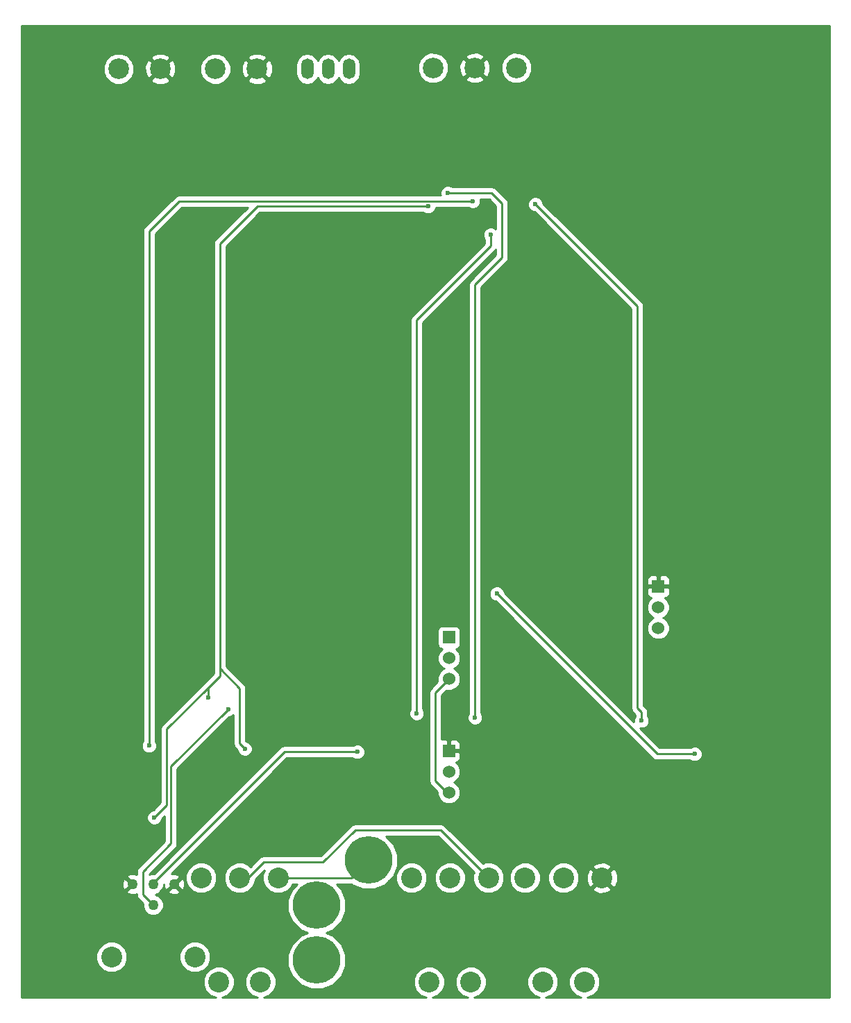
<source format=gbr>
G04 #@! TF.FileFunction,Copper,L2,Bot,Signal*
%FSLAX46Y46*%
G04 Gerber Fmt 4.6, Leading zero omitted, Abs format (unit mm)*
G04 Created by KiCad (PCBNEW 4.0.2-stable) date 1/6/2017 6:18:40 PM*
%MOMM*%
G01*
G04 APERTURE LIST*
%ADD10C,0.100000*%
%ADD11C,0.600000*%
%ADD12C,2.540000*%
%ADD13C,1.270000*%
%ADD14O,1.501140X2.499360*%
%ADD15C,5.800000*%
%ADD16C,2.510000*%
%ADD17C,1.524000*%
%ADD18R,1.524000X1.524000*%
%ADD19C,0.250000*%
%ADD20C,0.254000*%
G04 APERTURE END LIST*
D10*
D11*
X114998500Y-134175500D03*
X107505500Y-130810000D03*
X98044000Y-137287000D03*
X99631500Y-136398000D03*
X56451500Y-149860000D03*
X61722000Y-149733000D03*
X80137000Y-134620000D03*
X86233000Y-133032500D03*
X85979000Y-134175500D03*
X89852500Y-133477000D03*
X89471500Y-136652000D03*
X73279000Y-139255500D03*
X70802500Y-142049500D03*
X63119000Y-139382500D03*
X64325500Y-141033500D03*
X139763500Y-120777000D03*
X119507000Y-137223500D03*
D12*
X61722000Y-164338000D03*
X71882000Y-164338000D03*
D13*
X66802000Y-157988000D03*
X66802000Y-155448000D03*
X69342000Y-155448000D03*
X64262000Y-155448000D03*
D14*
X88138000Y-56007000D03*
X85598000Y-56007000D03*
X90678000Y-56007000D03*
D15*
X93081000Y-152519000D03*
X86736000Y-158019000D03*
X86736000Y-164719000D03*
D12*
X77343000Y-154686000D03*
X72644000Y-154686000D03*
X82042000Y-154686000D03*
X74803000Y-167386000D03*
X79883000Y-167386000D03*
X102997000Y-154686000D03*
X98298000Y-154686000D03*
X107696000Y-154686000D03*
X100457000Y-167386000D03*
X105537000Y-167386000D03*
X116840000Y-154686000D03*
X112141000Y-154686000D03*
X121539000Y-154686000D03*
X114300000Y-167386000D03*
X119380000Y-167386000D03*
D16*
X100934000Y-55872000D03*
X106014000Y-55872000D03*
X111094000Y-55872000D03*
D17*
X102870000Y-130429000D03*
X102870000Y-127889000D03*
D18*
X102870000Y-125349000D03*
D17*
X102870000Y-144272000D03*
X102870000Y-141732000D03*
D18*
X102870000Y-139192000D03*
D17*
X128397000Y-124206000D03*
X128397000Y-121666000D03*
D18*
X128397000Y-119126000D03*
D16*
X62580000Y-55999000D03*
X67660000Y-55999000D03*
X74391000Y-55999000D03*
X79471000Y-55999000D03*
D11*
X66103500Y-142303500D03*
X73533000Y-132715000D03*
X77978000Y-138938000D03*
X102743000Y-71120000D03*
X106045000Y-135128000D03*
X66929000Y-147320000D03*
X100330000Y-72771000D03*
X113411000Y-72517000D03*
X126365000Y-135509000D03*
X107950000Y-76200000D03*
X98933000Y-134620000D03*
X66294000Y-138557000D03*
X105791000Y-72136000D03*
X75946000Y-134112000D03*
X91694000Y-139319000D03*
X132842000Y-139573000D03*
X108712000Y-120015000D03*
D19*
X73469500Y-132651500D02*
X73469500Y-131508500D01*
X73533000Y-132715000D02*
X73469500Y-132651500D01*
X77343000Y-131572000D02*
X74930000Y-129159000D01*
X77343000Y-138303000D02*
X77343000Y-131572000D01*
X77978000Y-138938000D02*
X77343000Y-138303000D01*
X108077000Y-71120000D02*
X102743000Y-71120000D01*
X109347000Y-72390000D02*
X108077000Y-71120000D01*
X109347000Y-78994000D02*
X109347000Y-72390000D01*
X106045000Y-82296000D02*
X109347000Y-78994000D01*
X106045000Y-91567000D02*
X106045000Y-82296000D01*
X106045000Y-112014000D02*
X106045000Y-91567000D01*
X106045000Y-135128000D02*
X106045000Y-112014000D01*
X66929000Y-147320000D02*
X68453000Y-145796000D01*
X68453000Y-145796000D02*
X68453000Y-136525000D01*
X68453000Y-136525000D02*
X73469500Y-131508500D01*
X73469500Y-131508500D02*
X74930000Y-130048000D01*
X79502000Y-72771000D02*
X100330000Y-72771000D01*
X74930000Y-77343000D02*
X79502000Y-72771000D01*
X74930000Y-83312000D02*
X74930000Y-77343000D01*
X74930000Y-95885000D02*
X74930000Y-83312000D01*
X74930000Y-105283000D02*
X74930000Y-95885000D01*
X74930000Y-118872000D02*
X74930000Y-105283000D01*
X74930000Y-128651000D02*
X74930000Y-118872000D01*
X74930000Y-129159000D02*
X74930000Y-128651000D01*
X74930000Y-130048000D02*
X74930000Y-129159000D01*
X126365000Y-135509000D02*
X126365000Y-134493000D01*
X126365000Y-134493000D02*
X125857000Y-133985000D01*
X125857000Y-84963000D02*
X113411000Y-72517000D01*
X125857000Y-133985000D02*
X125857000Y-84963000D01*
X107950000Y-77597000D02*
X107950000Y-76200000D01*
X98933000Y-86614000D02*
X107950000Y-77597000D01*
X98933000Y-122301000D02*
X98933000Y-86614000D01*
X98933000Y-134620000D02*
X98933000Y-122301000D01*
X66294000Y-138557000D02*
X66294000Y-121031000D01*
X66294000Y-121031000D02*
X66294000Y-107442000D01*
X66294000Y-107442000D02*
X66294000Y-88138000D01*
X66294000Y-88138000D02*
X66294000Y-75819000D01*
X66294000Y-75819000D02*
X69977000Y-72136000D01*
X69977000Y-72136000D02*
X105791000Y-72136000D01*
X65532000Y-156718000D02*
X66802000Y-157988000D01*
X65532000Y-153924000D02*
X65532000Y-156718000D01*
X68961000Y-150495000D02*
X65532000Y-153924000D01*
X68961000Y-141097000D02*
X68961000Y-150495000D01*
X75946000Y-134112000D02*
X68961000Y-141097000D01*
X66802000Y-157988000D02*
X66802000Y-157861000D01*
X66802000Y-155448000D02*
X66802000Y-155321000D01*
X66802000Y-155321000D02*
X82804000Y-139319000D01*
X82804000Y-139319000D02*
X91694000Y-139319000D01*
X128270000Y-139573000D02*
X132842000Y-139573000D01*
X108712000Y-120015000D02*
X128270000Y-139573000D01*
X82042000Y-154686000D02*
X90914000Y-154686000D01*
X90914000Y-154686000D02*
X93081000Y-152519000D01*
X102870000Y-144272000D02*
X102616000Y-144272000D01*
X102616000Y-144272000D02*
X101219000Y-142875000D01*
X101219000Y-142875000D02*
X101219000Y-132080000D01*
X101219000Y-132080000D02*
X102870000Y-130429000D01*
X77343000Y-154686000D02*
X78359000Y-154686000D01*
X78359000Y-154686000D02*
X80264000Y-152781000D01*
X80264000Y-152781000D02*
X87503000Y-152781000D01*
X87503000Y-152781000D02*
X91440000Y-148844000D01*
X91440000Y-148844000D02*
X101854000Y-148844000D01*
X101854000Y-148844000D02*
X107696000Y-154686000D01*
D20*
G36*
X149290000Y-169290000D02*
X119760484Y-169290000D01*
X120457686Y-169001922D01*
X120994039Y-168466505D01*
X121284668Y-167766590D01*
X121285330Y-167008735D01*
X120995922Y-166308314D01*
X120460505Y-165771961D01*
X119760590Y-165481332D01*
X119002735Y-165480670D01*
X118302314Y-165770078D01*
X117765961Y-166305495D01*
X117475332Y-167005410D01*
X117474670Y-167763265D01*
X117764078Y-168463686D01*
X118299495Y-169000039D01*
X118997801Y-169290000D01*
X114680484Y-169290000D01*
X115377686Y-169001922D01*
X115914039Y-168466505D01*
X116204668Y-167766590D01*
X116205330Y-167008735D01*
X115915922Y-166308314D01*
X115380505Y-165771961D01*
X114680590Y-165481332D01*
X113922735Y-165480670D01*
X113222314Y-165770078D01*
X112685961Y-166305495D01*
X112395332Y-167005410D01*
X112394670Y-167763265D01*
X112684078Y-168463686D01*
X113219495Y-169000039D01*
X113917801Y-169290000D01*
X105917484Y-169290000D01*
X106614686Y-169001922D01*
X107151039Y-168466505D01*
X107441668Y-167766590D01*
X107442330Y-167008735D01*
X107152922Y-166308314D01*
X106617505Y-165771961D01*
X105917590Y-165481332D01*
X105159735Y-165480670D01*
X104459314Y-165770078D01*
X103922961Y-166305495D01*
X103632332Y-167005410D01*
X103631670Y-167763265D01*
X103921078Y-168463686D01*
X104456495Y-169000039D01*
X105154801Y-169290000D01*
X100837484Y-169290000D01*
X101534686Y-169001922D01*
X102071039Y-168466505D01*
X102361668Y-167766590D01*
X102362330Y-167008735D01*
X102072922Y-166308314D01*
X101537505Y-165771961D01*
X100837590Y-165481332D01*
X100079735Y-165480670D01*
X99379314Y-165770078D01*
X98842961Y-166305495D01*
X98552332Y-167005410D01*
X98551670Y-167763265D01*
X98841078Y-168463686D01*
X99376495Y-169000039D01*
X100074801Y-169290000D01*
X80263484Y-169290000D01*
X80960686Y-169001922D01*
X81497039Y-168466505D01*
X81787668Y-167766590D01*
X81788330Y-167008735D01*
X81498922Y-166308314D01*
X80963505Y-165771961D01*
X80263590Y-165481332D01*
X79505735Y-165480670D01*
X78805314Y-165770078D01*
X78268961Y-166305495D01*
X77978332Y-167005410D01*
X77977670Y-167763265D01*
X78267078Y-168463686D01*
X78802495Y-169000039D01*
X79500801Y-169290000D01*
X75183484Y-169290000D01*
X75880686Y-169001922D01*
X76417039Y-168466505D01*
X76707668Y-167766590D01*
X76708330Y-167008735D01*
X76418922Y-166308314D01*
X75883505Y-165771961D01*
X75183590Y-165481332D01*
X74425735Y-165480670D01*
X73725314Y-165770078D01*
X73188961Y-166305495D01*
X72898332Y-167005410D01*
X72897670Y-167763265D01*
X73187078Y-168463686D01*
X73722495Y-169000039D01*
X74420801Y-169290000D01*
X50710000Y-169290000D01*
X50710000Y-164715265D01*
X59816670Y-164715265D01*
X60106078Y-165415686D01*
X60641495Y-165952039D01*
X61341410Y-166242668D01*
X62099265Y-166243330D01*
X62799686Y-165953922D01*
X63336039Y-165418505D01*
X63626668Y-164718590D01*
X63626670Y-164715265D01*
X69976670Y-164715265D01*
X70266078Y-165415686D01*
X70801495Y-165952039D01*
X71501410Y-166242668D01*
X72259265Y-166243330D01*
X72959686Y-165953922D01*
X73496039Y-165418505D01*
X73786668Y-164718590D01*
X73787330Y-163960735D01*
X73497922Y-163260314D01*
X72962505Y-162723961D01*
X72262590Y-162433332D01*
X71504735Y-162432670D01*
X70804314Y-162722078D01*
X70267961Y-163257495D01*
X69977332Y-163957410D01*
X69976670Y-164715265D01*
X63626670Y-164715265D01*
X63627330Y-163960735D01*
X63337922Y-163260314D01*
X62802505Y-162723961D01*
X62102590Y-162433332D01*
X61344735Y-162432670D01*
X60644314Y-162722078D01*
X60107961Y-163257495D01*
X59817332Y-163957410D01*
X59816670Y-164715265D01*
X50710000Y-164715265D01*
X50710000Y-155270664D01*
X62979319Y-155270664D01*
X63009094Y-155775023D01*
X63144821Y-156102697D01*
X63373867Y-156156528D01*
X64082395Y-155448000D01*
X63373867Y-154739472D01*
X63144821Y-154793303D01*
X62979319Y-155270664D01*
X50710000Y-155270664D01*
X50710000Y-154559867D01*
X63553472Y-154559867D01*
X64262000Y-155268395D01*
X64276143Y-155254253D01*
X64455748Y-155433858D01*
X64441605Y-155448000D01*
X64455748Y-155462143D01*
X64276143Y-155641748D01*
X64262000Y-155627605D01*
X63553472Y-156336133D01*
X63607303Y-156565179D01*
X64084664Y-156730681D01*
X64589023Y-156700906D01*
X64772000Y-156625114D01*
X64772000Y-156718000D01*
X64829852Y-157008839D01*
X64994599Y-157255401D01*
X65532170Y-157792972D01*
X65531780Y-158239510D01*
X65724718Y-158706458D01*
X66081663Y-159064026D01*
X66548273Y-159257779D01*
X67053510Y-159258220D01*
X67520458Y-159065282D01*
X67878026Y-158708337D01*
X68071779Y-158241727D01*
X68072220Y-157736490D01*
X67879282Y-157269542D01*
X67522337Y-156911974D01*
X67055727Y-156718221D01*
X67053512Y-156718219D01*
X67520458Y-156525282D01*
X67709937Y-156336133D01*
X68633472Y-156336133D01*
X68687303Y-156565179D01*
X69164664Y-156730681D01*
X69669023Y-156700906D01*
X69996697Y-156565179D01*
X70050528Y-156336133D01*
X69342000Y-155627605D01*
X68633472Y-156336133D01*
X67709937Y-156336133D01*
X67878026Y-156168337D01*
X68071779Y-155701727D01*
X68071968Y-155484929D01*
X68089094Y-155775023D01*
X68224821Y-156102697D01*
X68453867Y-156156528D01*
X69162395Y-155448000D01*
X69521605Y-155448000D01*
X70230133Y-156156528D01*
X70459179Y-156102697D01*
X70624681Y-155625336D01*
X70594906Y-155120977D01*
X70571001Y-155063265D01*
X70738670Y-155063265D01*
X71028078Y-155763686D01*
X71563495Y-156300039D01*
X72263410Y-156590668D01*
X73021265Y-156591330D01*
X73721686Y-156301922D01*
X74258039Y-155766505D01*
X74548668Y-155066590D01*
X74548670Y-155063265D01*
X75437670Y-155063265D01*
X75727078Y-155763686D01*
X76262495Y-156300039D01*
X76962410Y-156590668D01*
X77720265Y-156591330D01*
X78420686Y-156301922D01*
X78957039Y-155766505D01*
X79247668Y-155066590D01*
X79247838Y-154871964D01*
X80366648Y-153753154D01*
X80137332Y-154305410D01*
X80136670Y-155063265D01*
X80426078Y-155763686D01*
X80961495Y-156300039D01*
X81661410Y-156590668D01*
X82419265Y-156591330D01*
X83119686Y-156301922D01*
X83656039Y-155766505D01*
X83789124Y-155446000D01*
X84309881Y-155446000D01*
X83740920Y-156013969D01*
X83201615Y-157312760D01*
X83200387Y-158719070D01*
X83737425Y-160018801D01*
X84730969Y-161014080D01*
X85586211Y-161369207D01*
X84736199Y-161720425D01*
X83740920Y-162713969D01*
X83201615Y-164012760D01*
X83200387Y-165419070D01*
X83737425Y-166718801D01*
X84730969Y-167714080D01*
X86029760Y-168253385D01*
X87436070Y-168254613D01*
X88735801Y-167717575D01*
X89731080Y-166724031D01*
X90270385Y-165425240D01*
X90271613Y-164018930D01*
X89734575Y-162719199D01*
X88741031Y-161723920D01*
X87885789Y-161368793D01*
X88735801Y-161017575D01*
X89731080Y-160024031D01*
X90270385Y-158725240D01*
X90271613Y-157318930D01*
X89734575Y-156019199D01*
X89162375Y-155446000D01*
X90914000Y-155446000D01*
X90992433Y-155430398D01*
X91075969Y-155514080D01*
X92374760Y-156053385D01*
X93781070Y-156054613D01*
X95080801Y-155517575D01*
X95535904Y-155063265D01*
X96392670Y-155063265D01*
X96682078Y-155763686D01*
X97217495Y-156300039D01*
X97917410Y-156590668D01*
X98675265Y-156591330D01*
X99375686Y-156301922D01*
X99912039Y-155766505D01*
X100202668Y-155066590D01*
X100202670Y-155063265D01*
X101091670Y-155063265D01*
X101381078Y-155763686D01*
X101916495Y-156300039D01*
X102616410Y-156590668D01*
X103374265Y-156591330D01*
X104074686Y-156301922D01*
X104611039Y-155766505D01*
X104901668Y-155066590D01*
X104902330Y-154308735D01*
X104612922Y-153608314D01*
X104077505Y-153071961D01*
X103377590Y-152781332D01*
X102619735Y-152780670D01*
X101919314Y-153070078D01*
X101382961Y-153605495D01*
X101092332Y-154305410D01*
X101091670Y-155063265D01*
X100202670Y-155063265D01*
X100203330Y-154308735D01*
X99913922Y-153608314D01*
X99378505Y-153071961D01*
X98678590Y-152781332D01*
X97920735Y-152780670D01*
X97220314Y-153070078D01*
X96683961Y-153605495D01*
X96393332Y-154305410D01*
X96392670Y-155063265D01*
X95535904Y-155063265D01*
X96076080Y-154524031D01*
X96615385Y-153225240D01*
X96616613Y-151818930D01*
X96079575Y-150519199D01*
X95165971Y-149604000D01*
X101539198Y-149604000D01*
X105923151Y-153987953D01*
X105791332Y-154305410D01*
X105790670Y-155063265D01*
X106080078Y-155763686D01*
X106615495Y-156300039D01*
X107315410Y-156590668D01*
X108073265Y-156591330D01*
X108773686Y-156301922D01*
X109310039Y-155766505D01*
X109600668Y-155066590D01*
X109600670Y-155063265D01*
X110235670Y-155063265D01*
X110525078Y-155763686D01*
X111060495Y-156300039D01*
X111760410Y-156590668D01*
X112518265Y-156591330D01*
X113218686Y-156301922D01*
X113755039Y-155766505D01*
X114045668Y-155066590D01*
X114045670Y-155063265D01*
X114934670Y-155063265D01*
X115224078Y-155763686D01*
X115759495Y-156300039D01*
X116459410Y-156590668D01*
X117217265Y-156591330D01*
X117917686Y-156301922D01*
X118186299Y-156033777D01*
X120370828Y-156033777D01*
X120502520Y-156328657D01*
X121210036Y-156600261D01*
X121967632Y-156580436D01*
X122575480Y-156328657D01*
X122707172Y-156033777D01*
X121539000Y-154865605D01*
X120370828Y-156033777D01*
X118186299Y-156033777D01*
X118454039Y-155766505D01*
X118744668Y-155066590D01*
X118745287Y-154357036D01*
X119624739Y-154357036D01*
X119644564Y-155114632D01*
X119896343Y-155722480D01*
X120191223Y-155854172D01*
X121359395Y-154686000D01*
X121718605Y-154686000D01*
X122886777Y-155854172D01*
X123181657Y-155722480D01*
X123453261Y-155014964D01*
X123433436Y-154257368D01*
X123181657Y-153649520D01*
X122886777Y-153517828D01*
X121718605Y-154686000D01*
X121359395Y-154686000D01*
X120191223Y-153517828D01*
X119896343Y-153649520D01*
X119624739Y-154357036D01*
X118745287Y-154357036D01*
X118745330Y-154308735D01*
X118455922Y-153608314D01*
X118186303Y-153338223D01*
X120370828Y-153338223D01*
X121539000Y-154506395D01*
X122707172Y-153338223D01*
X122575480Y-153043343D01*
X121867964Y-152771739D01*
X121110368Y-152791564D01*
X120502520Y-153043343D01*
X120370828Y-153338223D01*
X118186303Y-153338223D01*
X117920505Y-153071961D01*
X117220590Y-152781332D01*
X116462735Y-152780670D01*
X115762314Y-153070078D01*
X115225961Y-153605495D01*
X114935332Y-154305410D01*
X114934670Y-155063265D01*
X114045670Y-155063265D01*
X114046330Y-154308735D01*
X113756922Y-153608314D01*
X113221505Y-153071961D01*
X112521590Y-152781332D01*
X111763735Y-152780670D01*
X111063314Y-153070078D01*
X110526961Y-153605495D01*
X110236332Y-154305410D01*
X110235670Y-155063265D01*
X109600670Y-155063265D01*
X109601330Y-154308735D01*
X109311922Y-153608314D01*
X108776505Y-153071961D01*
X108076590Y-152781332D01*
X107318735Y-152780670D01*
X106997998Y-152913196D01*
X102391401Y-148306599D01*
X102144839Y-148141852D01*
X101854000Y-148084000D01*
X91440000Y-148084000D01*
X91149161Y-148141852D01*
X90902599Y-148306599D01*
X87188198Y-152021000D01*
X80264000Y-152021000D01*
X79973161Y-152078852D01*
X79726599Y-152243599D01*
X78660664Y-153309534D01*
X78423505Y-153071961D01*
X77723590Y-152781332D01*
X76965735Y-152780670D01*
X76265314Y-153070078D01*
X75728961Y-153605495D01*
X75438332Y-154305410D01*
X75437670Y-155063265D01*
X74548670Y-155063265D01*
X74549330Y-154308735D01*
X74259922Y-153608314D01*
X73724505Y-153071961D01*
X73024590Y-152781332D01*
X72266735Y-152780670D01*
X71566314Y-153070078D01*
X71029961Y-153605495D01*
X70739332Y-154305410D01*
X70738670Y-155063265D01*
X70571001Y-155063265D01*
X70459179Y-154793303D01*
X70230133Y-154739472D01*
X69521605Y-155448000D01*
X69162395Y-155448000D01*
X69148253Y-155433858D01*
X69327858Y-155254253D01*
X69342000Y-155268395D01*
X70050528Y-154559867D01*
X69996697Y-154330821D01*
X69519336Y-154165319D01*
X69014977Y-154195094D01*
X68994033Y-154203769D01*
X83118802Y-140079000D01*
X91131537Y-140079000D01*
X91163673Y-140111192D01*
X91507201Y-140253838D01*
X91879167Y-140254162D01*
X92222943Y-140112117D01*
X92486192Y-139849327D01*
X92628838Y-139505799D01*
X92629162Y-139133833D01*
X92487117Y-138790057D01*
X92224327Y-138526808D01*
X91880799Y-138384162D01*
X91508833Y-138383838D01*
X91165057Y-138525883D01*
X91131882Y-138559000D01*
X82804000Y-138559000D01*
X82561414Y-138607254D01*
X82513160Y-138616852D01*
X82266599Y-138781599D01*
X66870139Y-154178059D01*
X66550490Y-154177780D01*
X66292000Y-154284585D01*
X66292000Y-154238802D01*
X69498401Y-151032401D01*
X69663148Y-150785840D01*
X69721000Y-150495000D01*
X69721000Y-141411802D01*
X76085680Y-135047122D01*
X76131167Y-135047162D01*
X76474943Y-134905117D01*
X76583000Y-134797248D01*
X76583000Y-138303000D01*
X76640852Y-138593839D01*
X76805599Y-138840401D01*
X77042878Y-139077680D01*
X77042838Y-139123167D01*
X77184883Y-139466943D01*
X77447673Y-139730192D01*
X77791201Y-139872838D01*
X78163167Y-139873162D01*
X78506943Y-139731117D01*
X78770192Y-139468327D01*
X78912838Y-139124799D01*
X78913162Y-138752833D01*
X78771117Y-138409057D01*
X78508327Y-138145808D01*
X78164799Y-138003162D01*
X78117923Y-138003121D01*
X78103000Y-137988198D01*
X78103000Y-131572000D01*
X78045148Y-131281161D01*
X78045148Y-131281160D01*
X77880401Y-131034599D01*
X75690000Y-128844198D01*
X75690000Y-77657802D01*
X79816802Y-73531000D01*
X99767537Y-73531000D01*
X99799673Y-73563192D01*
X100143201Y-73705838D01*
X100515167Y-73706162D01*
X100858943Y-73564117D01*
X101122192Y-73301327D01*
X101264838Y-72957799D01*
X101264892Y-72896000D01*
X105228537Y-72896000D01*
X105260673Y-72928192D01*
X105604201Y-73070838D01*
X105976167Y-73071162D01*
X106319943Y-72929117D01*
X106583192Y-72666327D01*
X106725838Y-72322799D01*
X106726162Y-71950833D01*
X106696894Y-71880000D01*
X107762198Y-71880000D01*
X108587000Y-72704802D01*
X108587000Y-75514667D01*
X108480327Y-75407808D01*
X108136799Y-75265162D01*
X107764833Y-75264838D01*
X107421057Y-75406883D01*
X107157808Y-75669673D01*
X107015162Y-76013201D01*
X107014838Y-76385167D01*
X107156883Y-76728943D01*
X107190000Y-76762118D01*
X107190000Y-77282198D01*
X98395599Y-86076599D01*
X98230852Y-86323161D01*
X98173000Y-86614000D01*
X98173000Y-134057537D01*
X98140808Y-134089673D01*
X97998162Y-134433201D01*
X97997838Y-134805167D01*
X98139883Y-135148943D01*
X98402673Y-135412192D01*
X98746201Y-135554838D01*
X99118167Y-135555162D01*
X99461943Y-135413117D01*
X99725192Y-135150327D01*
X99867838Y-134806799D01*
X99868162Y-134434833D01*
X99726117Y-134091057D01*
X99693000Y-134057882D01*
X99693000Y-132080000D01*
X100459000Y-132080000D01*
X100459000Y-142875000D01*
X100516852Y-143165839D01*
X100681599Y-143412401D01*
X101473059Y-144203861D01*
X101472758Y-144548661D01*
X101684990Y-145062303D01*
X102077630Y-145455629D01*
X102590900Y-145668757D01*
X103146661Y-145669242D01*
X103660303Y-145457010D01*
X104053629Y-145064370D01*
X104266757Y-144551100D01*
X104267242Y-143995339D01*
X104055010Y-143481697D01*
X103662370Y-143088371D01*
X103454488Y-143002051D01*
X103660303Y-142917010D01*
X104053629Y-142524370D01*
X104266757Y-142011100D01*
X104267242Y-141455339D01*
X104055010Y-140941697D01*
X103702928Y-140589000D01*
X103758310Y-140589000D01*
X103991699Y-140492327D01*
X104170327Y-140313698D01*
X104267000Y-140080309D01*
X104267000Y-139477750D01*
X104108250Y-139319000D01*
X102997000Y-139319000D01*
X102997000Y-139339000D01*
X102743000Y-139339000D01*
X102743000Y-139319000D01*
X102723000Y-139319000D01*
X102723000Y-139065000D01*
X102743000Y-139065000D01*
X102743000Y-137953750D01*
X102997000Y-137953750D01*
X102997000Y-139065000D01*
X104108250Y-139065000D01*
X104267000Y-138906250D01*
X104267000Y-138303691D01*
X104170327Y-138070302D01*
X103991699Y-137891673D01*
X103758310Y-137795000D01*
X103155750Y-137795000D01*
X102997000Y-137953750D01*
X102743000Y-137953750D01*
X102584250Y-137795000D01*
X101981690Y-137795000D01*
X101979000Y-137796114D01*
X101979000Y-132394802D01*
X102560619Y-131813183D01*
X102590900Y-131825757D01*
X103146661Y-131826242D01*
X103660303Y-131614010D01*
X104053629Y-131221370D01*
X104266757Y-130708100D01*
X104267242Y-130152339D01*
X104055010Y-129638697D01*
X103662370Y-129245371D01*
X103454488Y-129159051D01*
X103660303Y-129074010D01*
X104053629Y-128681370D01*
X104266757Y-128168100D01*
X104267242Y-127612339D01*
X104055010Y-127098697D01*
X103702167Y-126745237D01*
X103867317Y-126714162D01*
X104083441Y-126575090D01*
X104228431Y-126362890D01*
X104279440Y-126111000D01*
X104279440Y-124587000D01*
X104235162Y-124351683D01*
X104096090Y-124135559D01*
X103883890Y-123990569D01*
X103632000Y-123939560D01*
X102108000Y-123939560D01*
X101872683Y-123983838D01*
X101656559Y-124122910D01*
X101511569Y-124335110D01*
X101460560Y-124587000D01*
X101460560Y-126111000D01*
X101504838Y-126346317D01*
X101643910Y-126562441D01*
X101856110Y-126707431D01*
X102039124Y-126744492D01*
X101686371Y-127096630D01*
X101473243Y-127609900D01*
X101472758Y-128165661D01*
X101684990Y-128679303D01*
X102077630Y-129072629D01*
X102285512Y-129158949D01*
X102079697Y-129243990D01*
X101686371Y-129636630D01*
X101473243Y-130149900D01*
X101472758Y-130705661D01*
X101486143Y-130738055D01*
X100681599Y-131542599D01*
X100516852Y-131789161D01*
X100459000Y-132080000D01*
X99693000Y-132080000D01*
X99693000Y-86928802D01*
X108487401Y-78134401D01*
X108587000Y-77985340D01*
X108587000Y-78679198D01*
X105507599Y-81758599D01*
X105342852Y-82005161D01*
X105285000Y-82296000D01*
X105285000Y-134565537D01*
X105252808Y-134597673D01*
X105110162Y-134941201D01*
X105109838Y-135313167D01*
X105251883Y-135656943D01*
X105514673Y-135920192D01*
X105858201Y-136062838D01*
X106230167Y-136063162D01*
X106573943Y-135921117D01*
X106837192Y-135658327D01*
X106979838Y-135314799D01*
X106980162Y-134942833D01*
X106838117Y-134599057D01*
X106805000Y-134565882D01*
X106805000Y-120200167D01*
X107776838Y-120200167D01*
X107918883Y-120543943D01*
X108181673Y-120807192D01*
X108525201Y-120949838D01*
X108572077Y-120949879D01*
X127732599Y-140110401D01*
X127979161Y-140275148D01*
X128270000Y-140333000D01*
X132279537Y-140333000D01*
X132311673Y-140365192D01*
X132655201Y-140507838D01*
X133027167Y-140508162D01*
X133370943Y-140366117D01*
X133634192Y-140103327D01*
X133776838Y-139759799D01*
X133777162Y-139387833D01*
X133635117Y-139044057D01*
X133372327Y-138780808D01*
X133028799Y-138638162D01*
X132656833Y-138637838D01*
X132313057Y-138779883D01*
X132279882Y-138813000D01*
X128584802Y-138813000D01*
X126215673Y-136443871D01*
X126550167Y-136444162D01*
X126893943Y-136302117D01*
X127157192Y-136039327D01*
X127299838Y-135695799D01*
X127300162Y-135323833D01*
X127158117Y-134980057D01*
X127125000Y-134946882D01*
X127125000Y-134493000D01*
X127067148Y-134202161D01*
X126902401Y-133955599D01*
X126617000Y-133670198D01*
X126617000Y-121942661D01*
X126999758Y-121942661D01*
X127211990Y-122456303D01*
X127604630Y-122849629D01*
X127812512Y-122935949D01*
X127606697Y-123020990D01*
X127213371Y-123413630D01*
X127000243Y-123926900D01*
X126999758Y-124482661D01*
X127211990Y-124996303D01*
X127604630Y-125389629D01*
X128117900Y-125602757D01*
X128673661Y-125603242D01*
X129187303Y-125391010D01*
X129580629Y-124998370D01*
X129793757Y-124485100D01*
X129794242Y-123929339D01*
X129582010Y-123415697D01*
X129189370Y-123022371D01*
X128981488Y-122936051D01*
X129187303Y-122851010D01*
X129580629Y-122458370D01*
X129793757Y-121945100D01*
X129794242Y-121389339D01*
X129582010Y-120875697D01*
X129229928Y-120523000D01*
X129285310Y-120523000D01*
X129518699Y-120426327D01*
X129697327Y-120247698D01*
X129794000Y-120014309D01*
X129794000Y-119411750D01*
X129635250Y-119253000D01*
X128524000Y-119253000D01*
X128524000Y-119273000D01*
X128270000Y-119273000D01*
X128270000Y-119253000D01*
X127158750Y-119253000D01*
X127000000Y-119411750D01*
X127000000Y-120014309D01*
X127096673Y-120247698D01*
X127275301Y-120426327D01*
X127508690Y-120523000D01*
X127564614Y-120523000D01*
X127213371Y-120873630D01*
X127000243Y-121386900D01*
X126999758Y-121942661D01*
X126617000Y-121942661D01*
X126617000Y-118237691D01*
X127000000Y-118237691D01*
X127000000Y-118840250D01*
X127158750Y-118999000D01*
X128270000Y-118999000D01*
X128270000Y-117887750D01*
X128524000Y-117887750D01*
X128524000Y-118999000D01*
X129635250Y-118999000D01*
X129794000Y-118840250D01*
X129794000Y-118237691D01*
X129697327Y-118004302D01*
X129518699Y-117825673D01*
X129285310Y-117729000D01*
X128682750Y-117729000D01*
X128524000Y-117887750D01*
X128270000Y-117887750D01*
X128111250Y-117729000D01*
X127508690Y-117729000D01*
X127275301Y-117825673D01*
X127096673Y-118004302D01*
X127000000Y-118237691D01*
X126617000Y-118237691D01*
X126617000Y-84963000D01*
X126559148Y-84672161D01*
X126394401Y-84425599D01*
X114346122Y-72377320D01*
X114346162Y-72331833D01*
X114204117Y-71988057D01*
X113941327Y-71724808D01*
X113597799Y-71582162D01*
X113225833Y-71581838D01*
X112882057Y-71723883D01*
X112618808Y-71986673D01*
X112476162Y-72330201D01*
X112475838Y-72702167D01*
X112617883Y-73045943D01*
X112880673Y-73309192D01*
X113224201Y-73451838D01*
X113271077Y-73451879D01*
X125097000Y-85277802D01*
X125097000Y-133985000D01*
X125154852Y-134275839D01*
X125319599Y-134522401D01*
X125605000Y-134807802D01*
X125605000Y-134946537D01*
X125572808Y-134978673D01*
X125430162Y-135322201D01*
X125429869Y-135658067D01*
X109647122Y-119875320D01*
X109647162Y-119829833D01*
X109505117Y-119486057D01*
X109242327Y-119222808D01*
X108898799Y-119080162D01*
X108526833Y-119079838D01*
X108183057Y-119221883D01*
X107919808Y-119484673D01*
X107777162Y-119828201D01*
X107776838Y-120200167D01*
X106805000Y-120200167D01*
X106805000Y-82610802D01*
X109884401Y-79531401D01*
X110049148Y-79284840D01*
X110107000Y-78994000D01*
X110107000Y-72390000D01*
X110049148Y-72099161D01*
X110049148Y-72099160D01*
X109884401Y-71852599D01*
X108614401Y-70582599D01*
X108367839Y-70417852D01*
X108077000Y-70360000D01*
X103305463Y-70360000D01*
X103273327Y-70327808D01*
X102929799Y-70185162D01*
X102557833Y-70184838D01*
X102214057Y-70326883D01*
X101950808Y-70589673D01*
X101808162Y-70933201D01*
X101807838Y-71305167D01*
X101837106Y-71376000D01*
X69977000Y-71376000D01*
X69686161Y-71433852D01*
X69439599Y-71598599D01*
X65756599Y-75281599D01*
X65591852Y-75528161D01*
X65534000Y-75819000D01*
X65534000Y-137994537D01*
X65501808Y-138026673D01*
X65359162Y-138370201D01*
X65358838Y-138742167D01*
X65500883Y-139085943D01*
X65763673Y-139349192D01*
X66107201Y-139491838D01*
X66479167Y-139492162D01*
X66822943Y-139350117D01*
X67086192Y-139087327D01*
X67228838Y-138743799D01*
X67229162Y-138371833D01*
X67087117Y-138028057D01*
X67054000Y-137994882D01*
X67054000Y-76133802D01*
X70291802Y-72896000D01*
X78302198Y-72896000D01*
X74392599Y-76805599D01*
X74227852Y-77052161D01*
X74170000Y-77343000D01*
X74170000Y-129733198D01*
X67915599Y-135987599D01*
X67750852Y-136234161D01*
X67693000Y-136525000D01*
X67693000Y-145481198D01*
X66789320Y-146384878D01*
X66743833Y-146384838D01*
X66400057Y-146526883D01*
X66136808Y-146789673D01*
X65994162Y-147133201D01*
X65993838Y-147505167D01*
X66135883Y-147848943D01*
X66398673Y-148112192D01*
X66742201Y-148254838D01*
X67114167Y-148255162D01*
X67457943Y-148113117D01*
X67721192Y-147850327D01*
X67863838Y-147506799D01*
X67863879Y-147459923D01*
X68201000Y-147122802D01*
X68201000Y-150180198D01*
X64994599Y-153386599D01*
X64829852Y-153633161D01*
X64772000Y-153924000D01*
X64772000Y-154280654D01*
X64439336Y-154165319D01*
X63934977Y-154195094D01*
X63607303Y-154330821D01*
X63553472Y-154559867D01*
X50710000Y-154559867D01*
X50710000Y-56373295D01*
X60689673Y-56373295D01*
X60976802Y-57068200D01*
X61508003Y-57600330D01*
X62202406Y-57888671D01*
X62954295Y-57889327D01*
X63649200Y-57602198D01*
X63915929Y-57335934D01*
X66502671Y-57335934D01*
X66632530Y-57629257D01*
X67334614Y-57898357D01*
X68086235Y-57878297D01*
X68687470Y-57629257D01*
X68817329Y-57335934D01*
X67660000Y-56178605D01*
X66502671Y-57335934D01*
X63915929Y-57335934D01*
X64181330Y-57070997D01*
X64469671Y-56376594D01*
X64470284Y-55673614D01*
X65760643Y-55673614D01*
X65780703Y-56425235D01*
X66029743Y-57026470D01*
X66323066Y-57156329D01*
X67480395Y-55999000D01*
X67839605Y-55999000D01*
X68996934Y-57156329D01*
X69290257Y-57026470D01*
X69540610Y-56373295D01*
X72500673Y-56373295D01*
X72787802Y-57068200D01*
X73319003Y-57600330D01*
X74013406Y-57888671D01*
X74765295Y-57889327D01*
X75460200Y-57602198D01*
X75726929Y-57335934D01*
X78313671Y-57335934D01*
X78443530Y-57629257D01*
X79145614Y-57898357D01*
X79897235Y-57878297D01*
X80498470Y-57629257D01*
X80628329Y-57335934D01*
X79471000Y-56178605D01*
X78313671Y-57335934D01*
X75726929Y-57335934D01*
X75992330Y-57070997D01*
X76280671Y-56376594D01*
X76281284Y-55673614D01*
X77571643Y-55673614D01*
X77591703Y-56425235D01*
X77840743Y-57026470D01*
X78134066Y-57156329D01*
X79291395Y-55999000D01*
X79650605Y-55999000D01*
X80807934Y-57156329D01*
X81101257Y-57026470D01*
X81370357Y-56324386D01*
X81350297Y-55572765D01*
X81308131Y-55470967D01*
X84212430Y-55470967D01*
X84212430Y-56543033D01*
X84317900Y-57073268D01*
X84618254Y-57522779D01*
X85067765Y-57823133D01*
X85598000Y-57928603D01*
X86128235Y-57823133D01*
X86577746Y-57522779D01*
X86868000Y-57088384D01*
X87158254Y-57522779D01*
X87607765Y-57823133D01*
X88138000Y-57928603D01*
X88668235Y-57823133D01*
X89117746Y-57522779D01*
X89408000Y-57088384D01*
X89698254Y-57522779D01*
X90147765Y-57823133D01*
X90678000Y-57928603D01*
X91208235Y-57823133D01*
X91657746Y-57522779D01*
X91958100Y-57073268D01*
X92063570Y-56543033D01*
X92063570Y-56246295D01*
X99043673Y-56246295D01*
X99330802Y-56941200D01*
X99862003Y-57473330D01*
X100556406Y-57761671D01*
X101308295Y-57762327D01*
X102003200Y-57475198D01*
X102269929Y-57208934D01*
X104856671Y-57208934D01*
X104986530Y-57502257D01*
X105688614Y-57771357D01*
X106440235Y-57751297D01*
X107041470Y-57502257D01*
X107171329Y-57208934D01*
X106014000Y-56051605D01*
X104856671Y-57208934D01*
X102269929Y-57208934D01*
X102535330Y-56943997D01*
X102823671Y-56249594D01*
X102824284Y-55546614D01*
X104114643Y-55546614D01*
X104134703Y-56298235D01*
X104383743Y-56899470D01*
X104677066Y-57029329D01*
X105834395Y-55872000D01*
X106193605Y-55872000D01*
X107350934Y-57029329D01*
X107644257Y-56899470D01*
X107894610Y-56246295D01*
X109203673Y-56246295D01*
X109490802Y-56941200D01*
X110022003Y-57473330D01*
X110716406Y-57761671D01*
X111468295Y-57762327D01*
X112163200Y-57475198D01*
X112695330Y-56943997D01*
X112983671Y-56249594D01*
X112984327Y-55497705D01*
X112697198Y-54802800D01*
X112165997Y-54270670D01*
X111471594Y-53982329D01*
X110719705Y-53981673D01*
X110024800Y-54268802D01*
X109492670Y-54800003D01*
X109204329Y-55494406D01*
X109203673Y-56246295D01*
X107894610Y-56246295D01*
X107913357Y-56197386D01*
X107893297Y-55445765D01*
X107644257Y-54844530D01*
X107350934Y-54714671D01*
X106193605Y-55872000D01*
X105834395Y-55872000D01*
X104677066Y-54714671D01*
X104383743Y-54844530D01*
X104114643Y-55546614D01*
X102824284Y-55546614D01*
X102824327Y-55497705D01*
X102537198Y-54802800D01*
X102269932Y-54535066D01*
X104856671Y-54535066D01*
X106014000Y-55692395D01*
X107171329Y-54535066D01*
X107041470Y-54241743D01*
X106339386Y-53972643D01*
X105587765Y-53992703D01*
X104986530Y-54241743D01*
X104856671Y-54535066D01*
X102269932Y-54535066D01*
X102005997Y-54270670D01*
X101311594Y-53982329D01*
X100559705Y-53981673D01*
X99864800Y-54268802D01*
X99332670Y-54800003D01*
X99044329Y-55494406D01*
X99043673Y-56246295D01*
X92063570Y-56246295D01*
X92063570Y-55470967D01*
X91958100Y-54940732D01*
X91657746Y-54491221D01*
X91208235Y-54190867D01*
X90678000Y-54085397D01*
X90147765Y-54190867D01*
X89698254Y-54491221D01*
X89408000Y-54925616D01*
X89117746Y-54491221D01*
X88668235Y-54190867D01*
X88138000Y-54085397D01*
X87607765Y-54190867D01*
X87158254Y-54491221D01*
X86868000Y-54925616D01*
X86577746Y-54491221D01*
X86128235Y-54190867D01*
X85598000Y-54085397D01*
X85067765Y-54190867D01*
X84618254Y-54491221D01*
X84317900Y-54940732D01*
X84212430Y-55470967D01*
X81308131Y-55470967D01*
X81101257Y-54971530D01*
X80807934Y-54841671D01*
X79650605Y-55999000D01*
X79291395Y-55999000D01*
X78134066Y-54841671D01*
X77840743Y-54971530D01*
X77571643Y-55673614D01*
X76281284Y-55673614D01*
X76281327Y-55624705D01*
X75994198Y-54929800D01*
X75726932Y-54662066D01*
X78313671Y-54662066D01*
X79471000Y-55819395D01*
X80628329Y-54662066D01*
X80498470Y-54368743D01*
X79796386Y-54099643D01*
X79044765Y-54119703D01*
X78443530Y-54368743D01*
X78313671Y-54662066D01*
X75726932Y-54662066D01*
X75462997Y-54397670D01*
X74768594Y-54109329D01*
X74016705Y-54108673D01*
X73321800Y-54395802D01*
X72789670Y-54927003D01*
X72501329Y-55621406D01*
X72500673Y-56373295D01*
X69540610Y-56373295D01*
X69559357Y-56324386D01*
X69539297Y-55572765D01*
X69290257Y-54971530D01*
X68996934Y-54841671D01*
X67839605Y-55999000D01*
X67480395Y-55999000D01*
X66323066Y-54841671D01*
X66029743Y-54971530D01*
X65760643Y-55673614D01*
X64470284Y-55673614D01*
X64470327Y-55624705D01*
X64183198Y-54929800D01*
X63915932Y-54662066D01*
X66502671Y-54662066D01*
X67660000Y-55819395D01*
X68817329Y-54662066D01*
X68687470Y-54368743D01*
X67985386Y-54099643D01*
X67233765Y-54119703D01*
X66632530Y-54368743D01*
X66502671Y-54662066D01*
X63915932Y-54662066D01*
X63651997Y-54397670D01*
X62957594Y-54109329D01*
X62205705Y-54108673D01*
X61510800Y-54395802D01*
X60978670Y-54927003D01*
X60690329Y-55621406D01*
X60689673Y-56373295D01*
X50710000Y-56373295D01*
X50710000Y-50710000D01*
X149290000Y-50710000D01*
X149290000Y-169290000D01*
X149290000Y-169290000D01*
G37*
X149290000Y-169290000D02*
X119760484Y-169290000D01*
X120457686Y-169001922D01*
X120994039Y-168466505D01*
X121284668Y-167766590D01*
X121285330Y-167008735D01*
X120995922Y-166308314D01*
X120460505Y-165771961D01*
X119760590Y-165481332D01*
X119002735Y-165480670D01*
X118302314Y-165770078D01*
X117765961Y-166305495D01*
X117475332Y-167005410D01*
X117474670Y-167763265D01*
X117764078Y-168463686D01*
X118299495Y-169000039D01*
X118997801Y-169290000D01*
X114680484Y-169290000D01*
X115377686Y-169001922D01*
X115914039Y-168466505D01*
X116204668Y-167766590D01*
X116205330Y-167008735D01*
X115915922Y-166308314D01*
X115380505Y-165771961D01*
X114680590Y-165481332D01*
X113922735Y-165480670D01*
X113222314Y-165770078D01*
X112685961Y-166305495D01*
X112395332Y-167005410D01*
X112394670Y-167763265D01*
X112684078Y-168463686D01*
X113219495Y-169000039D01*
X113917801Y-169290000D01*
X105917484Y-169290000D01*
X106614686Y-169001922D01*
X107151039Y-168466505D01*
X107441668Y-167766590D01*
X107442330Y-167008735D01*
X107152922Y-166308314D01*
X106617505Y-165771961D01*
X105917590Y-165481332D01*
X105159735Y-165480670D01*
X104459314Y-165770078D01*
X103922961Y-166305495D01*
X103632332Y-167005410D01*
X103631670Y-167763265D01*
X103921078Y-168463686D01*
X104456495Y-169000039D01*
X105154801Y-169290000D01*
X100837484Y-169290000D01*
X101534686Y-169001922D01*
X102071039Y-168466505D01*
X102361668Y-167766590D01*
X102362330Y-167008735D01*
X102072922Y-166308314D01*
X101537505Y-165771961D01*
X100837590Y-165481332D01*
X100079735Y-165480670D01*
X99379314Y-165770078D01*
X98842961Y-166305495D01*
X98552332Y-167005410D01*
X98551670Y-167763265D01*
X98841078Y-168463686D01*
X99376495Y-169000039D01*
X100074801Y-169290000D01*
X80263484Y-169290000D01*
X80960686Y-169001922D01*
X81497039Y-168466505D01*
X81787668Y-167766590D01*
X81788330Y-167008735D01*
X81498922Y-166308314D01*
X80963505Y-165771961D01*
X80263590Y-165481332D01*
X79505735Y-165480670D01*
X78805314Y-165770078D01*
X78268961Y-166305495D01*
X77978332Y-167005410D01*
X77977670Y-167763265D01*
X78267078Y-168463686D01*
X78802495Y-169000039D01*
X79500801Y-169290000D01*
X75183484Y-169290000D01*
X75880686Y-169001922D01*
X76417039Y-168466505D01*
X76707668Y-167766590D01*
X76708330Y-167008735D01*
X76418922Y-166308314D01*
X75883505Y-165771961D01*
X75183590Y-165481332D01*
X74425735Y-165480670D01*
X73725314Y-165770078D01*
X73188961Y-166305495D01*
X72898332Y-167005410D01*
X72897670Y-167763265D01*
X73187078Y-168463686D01*
X73722495Y-169000039D01*
X74420801Y-169290000D01*
X50710000Y-169290000D01*
X50710000Y-164715265D01*
X59816670Y-164715265D01*
X60106078Y-165415686D01*
X60641495Y-165952039D01*
X61341410Y-166242668D01*
X62099265Y-166243330D01*
X62799686Y-165953922D01*
X63336039Y-165418505D01*
X63626668Y-164718590D01*
X63626670Y-164715265D01*
X69976670Y-164715265D01*
X70266078Y-165415686D01*
X70801495Y-165952039D01*
X71501410Y-166242668D01*
X72259265Y-166243330D01*
X72959686Y-165953922D01*
X73496039Y-165418505D01*
X73786668Y-164718590D01*
X73787330Y-163960735D01*
X73497922Y-163260314D01*
X72962505Y-162723961D01*
X72262590Y-162433332D01*
X71504735Y-162432670D01*
X70804314Y-162722078D01*
X70267961Y-163257495D01*
X69977332Y-163957410D01*
X69976670Y-164715265D01*
X63626670Y-164715265D01*
X63627330Y-163960735D01*
X63337922Y-163260314D01*
X62802505Y-162723961D01*
X62102590Y-162433332D01*
X61344735Y-162432670D01*
X60644314Y-162722078D01*
X60107961Y-163257495D01*
X59817332Y-163957410D01*
X59816670Y-164715265D01*
X50710000Y-164715265D01*
X50710000Y-155270664D01*
X62979319Y-155270664D01*
X63009094Y-155775023D01*
X63144821Y-156102697D01*
X63373867Y-156156528D01*
X64082395Y-155448000D01*
X63373867Y-154739472D01*
X63144821Y-154793303D01*
X62979319Y-155270664D01*
X50710000Y-155270664D01*
X50710000Y-154559867D01*
X63553472Y-154559867D01*
X64262000Y-155268395D01*
X64276143Y-155254253D01*
X64455748Y-155433858D01*
X64441605Y-155448000D01*
X64455748Y-155462143D01*
X64276143Y-155641748D01*
X64262000Y-155627605D01*
X63553472Y-156336133D01*
X63607303Y-156565179D01*
X64084664Y-156730681D01*
X64589023Y-156700906D01*
X64772000Y-156625114D01*
X64772000Y-156718000D01*
X64829852Y-157008839D01*
X64994599Y-157255401D01*
X65532170Y-157792972D01*
X65531780Y-158239510D01*
X65724718Y-158706458D01*
X66081663Y-159064026D01*
X66548273Y-159257779D01*
X67053510Y-159258220D01*
X67520458Y-159065282D01*
X67878026Y-158708337D01*
X68071779Y-158241727D01*
X68072220Y-157736490D01*
X67879282Y-157269542D01*
X67522337Y-156911974D01*
X67055727Y-156718221D01*
X67053512Y-156718219D01*
X67520458Y-156525282D01*
X67709937Y-156336133D01*
X68633472Y-156336133D01*
X68687303Y-156565179D01*
X69164664Y-156730681D01*
X69669023Y-156700906D01*
X69996697Y-156565179D01*
X70050528Y-156336133D01*
X69342000Y-155627605D01*
X68633472Y-156336133D01*
X67709937Y-156336133D01*
X67878026Y-156168337D01*
X68071779Y-155701727D01*
X68071968Y-155484929D01*
X68089094Y-155775023D01*
X68224821Y-156102697D01*
X68453867Y-156156528D01*
X69162395Y-155448000D01*
X69521605Y-155448000D01*
X70230133Y-156156528D01*
X70459179Y-156102697D01*
X70624681Y-155625336D01*
X70594906Y-155120977D01*
X70571001Y-155063265D01*
X70738670Y-155063265D01*
X71028078Y-155763686D01*
X71563495Y-156300039D01*
X72263410Y-156590668D01*
X73021265Y-156591330D01*
X73721686Y-156301922D01*
X74258039Y-155766505D01*
X74548668Y-155066590D01*
X74548670Y-155063265D01*
X75437670Y-155063265D01*
X75727078Y-155763686D01*
X76262495Y-156300039D01*
X76962410Y-156590668D01*
X77720265Y-156591330D01*
X78420686Y-156301922D01*
X78957039Y-155766505D01*
X79247668Y-155066590D01*
X79247838Y-154871964D01*
X80366648Y-153753154D01*
X80137332Y-154305410D01*
X80136670Y-155063265D01*
X80426078Y-155763686D01*
X80961495Y-156300039D01*
X81661410Y-156590668D01*
X82419265Y-156591330D01*
X83119686Y-156301922D01*
X83656039Y-155766505D01*
X83789124Y-155446000D01*
X84309881Y-155446000D01*
X83740920Y-156013969D01*
X83201615Y-157312760D01*
X83200387Y-158719070D01*
X83737425Y-160018801D01*
X84730969Y-161014080D01*
X85586211Y-161369207D01*
X84736199Y-161720425D01*
X83740920Y-162713969D01*
X83201615Y-164012760D01*
X83200387Y-165419070D01*
X83737425Y-166718801D01*
X84730969Y-167714080D01*
X86029760Y-168253385D01*
X87436070Y-168254613D01*
X88735801Y-167717575D01*
X89731080Y-166724031D01*
X90270385Y-165425240D01*
X90271613Y-164018930D01*
X89734575Y-162719199D01*
X88741031Y-161723920D01*
X87885789Y-161368793D01*
X88735801Y-161017575D01*
X89731080Y-160024031D01*
X90270385Y-158725240D01*
X90271613Y-157318930D01*
X89734575Y-156019199D01*
X89162375Y-155446000D01*
X90914000Y-155446000D01*
X90992433Y-155430398D01*
X91075969Y-155514080D01*
X92374760Y-156053385D01*
X93781070Y-156054613D01*
X95080801Y-155517575D01*
X95535904Y-155063265D01*
X96392670Y-155063265D01*
X96682078Y-155763686D01*
X97217495Y-156300039D01*
X97917410Y-156590668D01*
X98675265Y-156591330D01*
X99375686Y-156301922D01*
X99912039Y-155766505D01*
X100202668Y-155066590D01*
X100202670Y-155063265D01*
X101091670Y-155063265D01*
X101381078Y-155763686D01*
X101916495Y-156300039D01*
X102616410Y-156590668D01*
X103374265Y-156591330D01*
X104074686Y-156301922D01*
X104611039Y-155766505D01*
X104901668Y-155066590D01*
X104902330Y-154308735D01*
X104612922Y-153608314D01*
X104077505Y-153071961D01*
X103377590Y-152781332D01*
X102619735Y-152780670D01*
X101919314Y-153070078D01*
X101382961Y-153605495D01*
X101092332Y-154305410D01*
X101091670Y-155063265D01*
X100202670Y-155063265D01*
X100203330Y-154308735D01*
X99913922Y-153608314D01*
X99378505Y-153071961D01*
X98678590Y-152781332D01*
X97920735Y-152780670D01*
X97220314Y-153070078D01*
X96683961Y-153605495D01*
X96393332Y-154305410D01*
X96392670Y-155063265D01*
X95535904Y-155063265D01*
X96076080Y-154524031D01*
X96615385Y-153225240D01*
X96616613Y-151818930D01*
X96079575Y-150519199D01*
X95165971Y-149604000D01*
X101539198Y-149604000D01*
X105923151Y-153987953D01*
X105791332Y-154305410D01*
X105790670Y-155063265D01*
X106080078Y-155763686D01*
X106615495Y-156300039D01*
X107315410Y-156590668D01*
X108073265Y-156591330D01*
X108773686Y-156301922D01*
X109310039Y-155766505D01*
X109600668Y-155066590D01*
X109600670Y-155063265D01*
X110235670Y-155063265D01*
X110525078Y-155763686D01*
X111060495Y-156300039D01*
X111760410Y-156590668D01*
X112518265Y-156591330D01*
X113218686Y-156301922D01*
X113755039Y-155766505D01*
X114045668Y-155066590D01*
X114045670Y-155063265D01*
X114934670Y-155063265D01*
X115224078Y-155763686D01*
X115759495Y-156300039D01*
X116459410Y-156590668D01*
X117217265Y-156591330D01*
X117917686Y-156301922D01*
X118186299Y-156033777D01*
X120370828Y-156033777D01*
X120502520Y-156328657D01*
X121210036Y-156600261D01*
X121967632Y-156580436D01*
X122575480Y-156328657D01*
X122707172Y-156033777D01*
X121539000Y-154865605D01*
X120370828Y-156033777D01*
X118186299Y-156033777D01*
X118454039Y-155766505D01*
X118744668Y-155066590D01*
X118745287Y-154357036D01*
X119624739Y-154357036D01*
X119644564Y-155114632D01*
X119896343Y-155722480D01*
X120191223Y-155854172D01*
X121359395Y-154686000D01*
X121718605Y-154686000D01*
X122886777Y-155854172D01*
X123181657Y-155722480D01*
X123453261Y-155014964D01*
X123433436Y-154257368D01*
X123181657Y-153649520D01*
X122886777Y-153517828D01*
X121718605Y-154686000D01*
X121359395Y-154686000D01*
X120191223Y-153517828D01*
X119896343Y-153649520D01*
X119624739Y-154357036D01*
X118745287Y-154357036D01*
X118745330Y-154308735D01*
X118455922Y-153608314D01*
X118186303Y-153338223D01*
X120370828Y-153338223D01*
X121539000Y-154506395D01*
X122707172Y-153338223D01*
X122575480Y-153043343D01*
X121867964Y-152771739D01*
X121110368Y-152791564D01*
X120502520Y-153043343D01*
X120370828Y-153338223D01*
X118186303Y-153338223D01*
X117920505Y-153071961D01*
X117220590Y-152781332D01*
X116462735Y-152780670D01*
X115762314Y-153070078D01*
X115225961Y-153605495D01*
X114935332Y-154305410D01*
X114934670Y-155063265D01*
X114045670Y-155063265D01*
X114046330Y-154308735D01*
X113756922Y-153608314D01*
X113221505Y-153071961D01*
X112521590Y-152781332D01*
X111763735Y-152780670D01*
X111063314Y-153070078D01*
X110526961Y-153605495D01*
X110236332Y-154305410D01*
X110235670Y-155063265D01*
X109600670Y-155063265D01*
X109601330Y-154308735D01*
X109311922Y-153608314D01*
X108776505Y-153071961D01*
X108076590Y-152781332D01*
X107318735Y-152780670D01*
X106997998Y-152913196D01*
X102391401Y-148306599D01*
X102144839Y-148141852D01*
X101854000Y-148084000D01*
X91440000Y-148084000D01*
X91149161Y-148141852D01*
X90902599Y-148306599D01*
X87188198Y-152021000D01*
X80264000Y-152021000D01*
X79973161Y-152078852D01*
X79726599Y-152243599D01*
X78660664Y-153309534D01*
X78423505Y-153071961D01*
X77723590Y-152781332D01*
X76965735Y-152780670D01*
X76265314Y-153070078D01*
X75728961Y-153605495D01*
X75438332Y-154305410D01*
X75437670Y-155063265D01*
X74548670Y-155063265D01*
X74549330Y-154308735D01*
X74259922Y-153608314D01*
X73724505Y-153071961D01*
X73024590Y-152781332D01*
X72266735Y-152780670D01*
X71566314Y-153070078D01*
X71029961Y-153605495D01*
X70739332Y-154305410D01*
X70738670Y-155063265D01*
X70571001Y-155063265D01*
X70459179Y-154793303D01*
X70230133Y-154739472D01*
X69521605Y-155448000D01*
X69162395Y-155448000D01*
X69148253Y-155433858D01*
X69327858Y-155254253D01*
X69342000Y-155268395D01*
X70050528Y-154559867D01*
X69996697Y-154330821D01*
X69519336Y-154165319D01*
X69014977Y-154195094D01*
X68994033Y-154203769D01*
X83118802Y-140079000D01*
X91131537Y-140079000D01*
X91163673Y-140111192D01*
X91507201Y-140253838D01*
X91879167Y-140254162D01*
X92222943Y-140112117D01*
X92486192Y-139849327D01*
X92628838Y-139505799D01*
X92629162Y-139133833D01*
X92487117Y-138790057D01*
X92224327Y-138526808D01*
X91880799Y-138384162D01*
X91508833Y-138383838D01*
X91165057Y-138525883D01*
X91131882Y-138559000D01*
X82804000Y-138559000D01*
X82561414Y-138607254D01*
X82513160Y-138616852D01*
X82266599Y-138781599D01*
X66870139Y-154178059D01*
X66550490Y-154177780D01*
X66292000Y-154284585D01*
X66292000Y-154238802D01*
X69498401Y-151032401D01*
X69663148Y-150785840D01*
X69721000Y-150495000D01*
X69721000Y-141411802D01*
X76085680Y-135047122D01*
X76131167Y-135047162D01*
X76474943Y-134905117D01*
X76583000Y-134797248D01*
X76583000Y-138303000D01*
X76640852Y-138593839D01*
X76805599Y-138840401D01*
X77042878Y-139077680D01*
X77042838Y-139123167D01*
X77184883Y-139466943D01*
X77447673Y-139730192D01*
X77791201Y-139872838D01*
X78163167Y-139873162D01*
X78506943Y-139731117D01*
X78770192Y-139468327D01*
X78912838Y-139124799D01*
X78913162Y-138752833D01*
X78771117Y-138409057D01*
X78508327Y-138145808D01*
X78164799Y-138003162D01*
X78117923Y-138003121D01*
X78103000Y-137988198D01*
X78103000Y-131572000D01*
X78045148Y-131281161D01*
X78045148Y-131281160D01*
X77880401Y-131034599D01*
X75690000Y-128844198D01*
X75690000Y-77657802D01*
X79816802Y-73531000D01*
X99767537Y-73531000D01*
X99799673Y-73563192D01*
X100143201Y-73705838D01*
X100515167Y-73706162D01*
X100858943Y-73564117D01*
X101122192Y-73301327D01*
X101264838Y-72957799D01*
X101264892Y-72896000D01*
X105228537Y-72896000D01*
X105260673Y-72928192D01*
X105604201Y-73070838D01*
X105976167Y-73071162D01*
X106319943Y-72929117D01*
X106583192Y-72666327D01*
X106725838Y-72322799D01*
X106726162Y-71950833D01*
X106696894Y-71880000D01*
X107762198Y-71880000D01*
X108587000Y-72704802D01*
X108587000Y-75514667D01*
X108480327Y-75407808D01*
X108136799Y-75265162D01*
X107764833Y-75264838D01*
X107421057Y-75406883D01*
X107157808Y-75669673D01*
X107015162Y-76013201D01*
X107014838Y-76385167D01*
X107156883Y-76728943D01*
X107190000Y-76762118D01*
X107190000Y-77282198D01*
X98395599Y-86076599D01*
X98230852Y-86323161D01*
X98173000Y-86614000D01*
X98173000Y-134057537D01*
X98140808Y-134089673D01*
X97998162Y-134433201D01*
X97997838Y-134805167D01*
X98139883Y-135148943D01*
X98402673Y-135412192D01*
X98746201Y-135554838D01*
X99118167Y-135555162D01*
X99461943Y-135413117D01*
X99725192Y-135150327D01*
X99867838Y-134806799D01*
X99868162Y-134434833D01*
X99726117Y-134091057D01*
X99693000Y-134057882D01*
X99693000Y-132080000D01*
X100459000Y-132080000D01*
X100459000Y-142875000D01*
X100516852Y-143165839D01*
X100681599Y-143412401D01*
X101473059Y-144203861D01*
X101472758Y-144548661D01*
X101684990Y-145062303D01*
X102077630Y-145455629D01*
X102590900Y-145668757D01*
X103146661Y-145669242D01*
X103660303Y-145457010D01*
X104053629Y-145064370D01*
X104266757Y-144551100D01*
X104267242Y-143995339D01*
X104055010Y-143481697D01*
X103662370Y-143088371D01*
X103454488Y-143002051D01*
X103660303Y-142917010D01*
X104053629Y-142524370D01*
X104266757Y-142011100D01*
X104267242Y-141455339D01*
X104055010Y-140941697D01*
X103702928Y-140589000D01*
X103758310Y-140589000D01*
X103991699Y-140492327D01*
X104170327Y-140313698D01*
X104267000Y-140080309D01*
X104267000Y-139477750D01*
X104108250Y-139319000D01*
X102997000Y-139319000D01*
X102997000Y-139339000D01*
X102743000Y-139339000D01*
X102743000Y-139319000D01*
X102723000Y-139319000D01*
X102723000Y-139065000D01*
X102743000Y-139065000D01*
X102743000Y-137953750D01*
X102997000Y-137953750D01*
X102997000Y-139065000D01*
X104108250Y-139065000D01*
X104267000Y-138906250D01*
X104267000Y-138303691D01*
X104170327Y-138070302D01*
X103991699Y-137891673D01*
X103758310Y-137795000D01*
X103155750Y-137795000D01*
X102997000Y-137953750D01*
X102743000Y-137953750D01*
X102584250Y-137795000D01*
X101981690Y-137795000D01*
X101979000Y-137796114D01*
X101979000Y-132394802D01*
X102560619Y-131813183D01*
X102590900Y-131825757D01*
X103146661Y-131826242D01*
X103660303Y-131614010D01*
X104053629Y-131221370D01*
X104266757Y-130708100D01*
X104267242Y-130152339D01*
X104055010Y-129638697D01*
X103662370Y-129245371D01*
X103454488Y-129159051D01*
X103660303Y-129074010D01*
X104053629Y-128681370D01*
X104266757Y-128168100D01*
X104267242Y-127612339D01*
X104055010Y-127098697D01*
X103702167Y-126745237D01*
X103867317Y-126714162D01*
X104083441Y-126575090D01*
X104228431Y-126362890D01*
X104279440Y-126111000D01*
X104279440Y-124587000D01*
X104235162Y-124351683D01*
X104096090Y-124135559D01*
X103883890Y-123990569D01*
X103632000Y-123939560D01*
X102108000Y-123939560D01*
X101872683Y-123983838D01*
X101656559Y-124122910D01*
X101511569Y-124335110D01*
X101460560Y-124587000D01*
X101460560Y-126111000D01*
X101504838Y-126346317D01*
X101643910Y-126562441D01*
X101856110Y-126707431D01*
X102039124Y-126744492D01*
X101686371Y-127096630D01*
X101473243Y-127609900D01*
X101472758Y-128165661D01*
X101684990Y-128679303D01*
X102077630Y-129072629D01*
X102285512Y-129158949D01*
X102079697Y-129243990D01*
X101686371Y-129636630D01*
X101473243Y-130149900D01*
X101472758Y-130705661D01*
X101486143Y-130738055D01*
X100681599Y-131542599D01*
X100516852Y-131789161D01*
X100459000Y-132080000D01*
X99693000Y-132080000D01*
X99693000Y-86928802D01*
X108487401Y-78134401D01*
X108587000Y-77985340D01*
X108587000Y-78679198D01*
X105507599Y-81758599D01*
X105342852Y-82005161D01*
X105285000Y-82296000D01*
X105285000Y-134565537D01*
X105252808Y-134597673D01*
X105110162Y-134941201D01*
X105109838Y-135313167D01*
X105251883Y-135656943D01*
X105514673Y-135920192D01*
X105858201Y-136062838D01*
X106230167Y-136063162D01*
X106573943Y-135921117D01*
X106837192Y-135658327D01*
X106979838Y-135314799D01*
X106980162Y-134942833D01*
X106838117Y-134599057D01*
X106805000Y-134565882D01*
X106805000Y-120200167D01*
X107776838Y-120200167D01*
X107918883Y-120543943D01*
X108181673Y-120807192D01*
X108525201Y-120949838D01*
X108572077Y-120949879D01*
X127732599Y-140110401D01*
X127979161Y-140275148D01*
X128270000Y-140333000D01*
X132279537Y-140333000D01*
X132311673Y-140365192D01*
X132655201Y-140507838D01*
X133027167Y-140508162D01*
X133370943Y-140366117D01*
X133634192Y-140103327D01*
X133776838Y-139759799D01*
X133777162Y-139387833D01*
X133635117Y-139044057D01*
X133372327Y-138780808D01*
X133028799Y-138638162D01*
X132656833Y-138637838D01*
X132313057Y-138779883D01*
X132279882Y-138813000D01*
X128584802Y-138813000D01*
X126215673Y-136443871D01*
X126550167Y-136444162D01*
X126893943Y-136302117D01*
X127157192Y-136039327D01*
X127299838Y-135695799D01*
X127300162Y-135323833D01*
X127158117Y-134980057D01*
X127125000Y-134946882D01*
X127125000Y-134493000D01*
X127067148Y-134202161D01*
X126902401Y-133955599D01*
X126617000Y-133670198D01*
X126617000Y-121942661D01*
X126999758Y-121942661D01*
X127211990Y-122456303D01*
X127604630Y-122849629D01*
X127812512Y-122935949D01*
X127606697Y-123020990D01*
X127213371Y-123413630D01*
X127000243Y-123926900D01*
X126999758Y-124482661D01*
X127211990Y-124996303D01*
X127604630Y-125389629D01*
X128117900Y-125602757D01*
X128673661Y-125603242D01*
X129187303Y-125391010D01*
X129580629Y-124998370D01*
X129793757Y-124485100D01*
X129794242Y-123929339D01*
X129582010Y-123415697D01*
X129189370Y-123022371D01*
X128981488Y-122936051D01*
X129187303Y-122851010D01*
X129580629Y-122458370D01*
X129793757Y-121945100D01*
X129794242Y-121389339D01*
X129582010Y-120875697D01*
X129229928Y-120523000D01*
X129285310Y-120523000D01*
X129518699Y-120426327D01*
X129697327Y-120247698D01*
X129794000Y-120014309D01*
X129794000Y-119411750D01*
X129635250Y-119253000D01*
X128524000Y-119253000D01*
X128524000Y-119273000D01*
X128270000Y-119273000D01*
X128270000Y-119253000D01*
X127158750Y-119253000D01*
X127000000Y-119411750D01*
X127000000Y-120014309D01*
X127096673Y-120247698D01*
X127275301Y-120426327D01*
X127508690Y-120523000D01*
X127564614Y-120523000D01*
X127213371Y-120873630D01*
X127000243Y-121386900D01*
X126999758Y-121942661D01*
X126617000Y-121942661D01*
X126617000Y-118237691D01*
X127000000Y-118237691D01*
X127000000Y-118840250D01*
X127158750Y-118999000D01*
X128270000Y-118999000D01*
X128270000Y-117887750D01*
X128524000Y-117887750D01*
X128524000Y-118999000D01*
X129635250Y-118999000D01*
X129794000Y-118840250D01*
X129794000Y-118237691D01*
X129697327Y-118004302D01*
X129518699Y-117825673D01*
X129285310Y-117729000D01*
X128682750Y-117729000D01*
X128524000Y-117887750D01*
X128270000Y-117887750D01*
X128111250Y-117729000D01*
X127508690Y-117729000D01*
X127275301Y-117825673D01*
X127096673Y-118004302D01*
X127000000Y-118237691D01*
X126617000Y-118237691D01*
X126617000Y-84963000D01*
X126559148Y-84672161D01*
X126394401Y-84425599D01*
X114346122Y-72377320D01*
X114346162Y-72331833D01*
X114204117Y-71988057D01*
X113941327Y-71724808D01*
X113597799Y-71582162D01*
X113225833Y-71581838D01*
X112882057Y-71723883D01*
X112618808Y-71986673D01*
X112476162Y-72330201D01*
X112475838Y-72702167D01*
X112617883Y-73045943D01*
X112880673Y-73309192D01*
X113224201Y-73451838D01*
X113271077Y-73451879D01*
X125097000Y-85277802D01*
X125097000Y-133985000D01*
X125154852Y-134275839D01*
X125319599Y-134522401D01*
X125605000Y-134807802D01*
X125605000Y-134946537D01*
X125572808Y-134978673D01*
X125430162Y-135322201D01*
X125429869Y-135658067D01*
X109647122Y-119875320D01*
X109647162Y-119829833D01*
X109505117Y-119486057D01*
X109242327Y-119222808D01*
X108898799Y-119080162D01*
X108526833Y-119079838D01*
X108183057Y-119221883D01*
X107919808Y-119484673D01*
X107777162Y-119828201D01*
X107776838Y-120200167D01*
X106805000Y-120200167D01*
X106805000Y-82610802D01*
X109884401Y-79531401D01*
X110049148Y-79284840D01*
X110107000Y-78994000D01*
X110107000Y-72390000D01*
X110049148Y-72099161D01*
X110049148Y-72099160D01*
X109884401Y-71852599D01*
X108614401Y-70582599D01*
X108367839Y-70417852D01*
X108077000Y-70360000D01*
X103305463Y-70360000D01*
X103273327Y-70327808D01*
X102929799Y-70185162D01*
X102557833Y-70184838D01*
X102214057Y-70326883D01*
X101950808Y-70589673D01*
X101808162Y-70933201D01*
X101807838Y-71305167D01*
X101837106Y-71376000D01*
X69977000Y-71376000D01*
X69686161Y-71433852D01*
X69439599Y-71598599D01*
X65756599Y-75281599D01*
X65591852Y-75528161D01*
X65534000Y-75819000D01*
X65534000Y-137994537D01*
X65501808Y-138026673D01*
X65359162Y-138370201D01*
X65358838Y-138742167D01*
X65500883Y-139085943D01*
X65763673Y-139349192D01*
X66107201Y-139491838D01*
X66479167Y-139492162D01*
X66822943Y-139350117D01*
X67086192Y-139087327D01*
X67228838Y-138743799D01*
X67229162Y-138371833D01*
X67087117Y-138028057D01*
X67054000Y-137994882D01*
X67054000Y-76133802D01*
X70291802Y-72896000D01*
X78302198Y-72896000D01*
X74392599Y-76805599D01*
X74227852Y-77052161D01*
X74170000Y-77343000D01*
X74170000Y-129733198D01*
X67915599Y-135987599D01*
X67750852Y-136234161D01*
X67693000Y-136525000D01*
X67693000Y-145481198D01*
X66789320Y-146384878D01*
X66743833Y-146384838D01*
X66400057Y-146526883D01*
X66136808Y-146789673D01*
X65994162Y-147133201D01*
X65993838Y-147505167D01*
X66135883Y-147848943D01*
X66398673Y-148112192D01*
X66742201Y-148254838D01*
X67114167Y-148255162D01*
X67457943Y-148113117D01*
X67721192Y-147850327D01*
X67863838Y-147506799D01*
X67863879Y-147459923D01*
X68201000Y-147122802D01*
X68201000Y-150180198D01*
X64994599Y-153386599D01*
X64829852Y-153633161D01*
X64772000Y-153924000D01*
X64772000Y-154280654D01*
X64439336Y-154165319D01*
X63934977Y-154195094D01*
X63607303Y-154330821D01*
X63553472Y-154559867D01*
X50710000Y-154559867D01*
X50710000Y-56373295D01*
X60689673Y-56373295D01*
X60976802Y-57068200D01*
X61508003Y-57600330D01*
X62202406Y-57888671D01*
X62954295Y-57889327D01*
X63649200Y-57602198D01*
X63915929Y-57335934D01*
X66502671Y-57335934D01*
X66632530Y-57629257D01*
X67334614Y-57898357D01*
X68086235Y-57878297D01*
X68687470Y-57629257D01*
X68817329Y-57335934D01*
X67660000Y-56178605D01*
X66502671Y-57335934D01*
X63915929Y-57335934D01*
X64181330Y-57070997D01*
X64469671Y-56376594D01*
X64470284Y-55673614D01*
X65760643Y-55673614D01*
X65780703Y-56425235D01*
X66029743Y-57026470D01*
X66323066Y-57156329D01*
X67480395Y-55999000D01*
X67839605Y-55999000D01*
X68996934Y-57156329D01*
X69290257Y-57026470D01*
X69540610Y-56373295D01*
X72500673Y-56373295D01*
X72787802Y-57068200D01*
X73319003Y-57600330D01*
X74013406Y-57888671D01*
X74765295Y-57889327D01*
X75460200Y-57602198D01*
X75726929Y-57335934D01*
X78313671Y-57335934D01*
X78443530Y-57629257D01*
X79145614Y-57898357D01*
X79897235Y-57878297D01*
X80498470Y-57629257D01*
X80628329Y-57335934D01*
X79471000Y-56178605D01*
X78313671Y-57335934D01*
X75726929Y-57335934D01*
X75992330Y-57070997D01*
X76280671Y-56376594D01*
X76281284Y-55673614D01*
X77571643Y-55673614D01*
X77591703Y-56425235D01*
X77840743Y-57026470D01*
X78134066Y-57156329D01*
X79291395Y-55999000D01*
X79650605Y-55999000D01*
X80807934Y-57156329D01*
X81101257Y-57026470D01*
X81370357Y-56324386D01*
X81350297Y-55572765D01*
X81308131Y-55470967D01*
X84212430Y-55470967D01*
X84212430Y-56543033D01*
X84317900Y-57073268D01*
X84618254Y-57522779D01*
X85067765Y-57823133D01*
X85598000Y-57928603D01*
X86128235Y-57823133D01*
X86577746Y-57522779D01*
X86868000Y-57088384D01*
X87158254Y-57522779D01*
X87607765Y-57823133D01*
X88138000Y-57928603D01*
X88668235Y-57823133D01*
X89117746Y-57522779D01*
X89408000Y-57088384D01*
X89698254Y-57522779D01*
X90147765Y-57823133D01*
X90678000Y-57928603D01*
X91208235Y-57823133D01*
X91657746Y-57522779D01*
X91958100Y-57073268D01*
X92063570Y-56543033D01*
X92063570Y-56246295D01*
X99043673Y-56246295D01*
X99330802Y-56941200D01*
X99862003Y-57473330D01*
X100556406Y-57761671D01*
X101308295Y-57762327D01*
X102003200Y-57475198D01*
X102269929Y-57208934D01*
X104856671Y-57208934D01*
X104986530Y-57502257D01*
X105688614Y-57771357D01*
X106440235Y-57751297D01*
X107041470Y-57502257D01*
X107171329Y-57208934D01*
X106014000Y-56051605D01*
X104856671Y-57208934D01*
X102269929Y-57208934D01*
X102535330Y-56943997D01*
X102823671Y-56249594D01*
X102824284Y-55546614D01*
X104114643Y-55546614D01*
X104134703Y-56298235D01*
X104383743Y-56899470D01*
X104677066Y-57029329D01*
X105834395Y-55872000D01*
X106193605Y-55872000D01*
X107350934Y-57029329D01*
X107644257Y-56899470D01*
X107894610Y-56246295D01*
X109203673Y-56246295D01*
X109490802Y-56941200D01*
X110022003Y-57473330D01*
X110716406Y-57761671D01*
X111468295Y-57762327D01*
X112163200Y-57475198D01*
X112695330Y-56943997D01*
X112983671Y-56249594D01*
X112984327Y-55497705D01*
X112697198Y-54802800D01*
X112165997Y-54270670D01*
X111471594Y-53982329D01*
X110719705Y-53981673D01*
X110024800Y-54268802D01*
X109492670Y-54800003D01*
X109204329Y-55494406D01*
X109203673Y-56246295D01*
X107894610Y-56246295D01*
X107913357Y-56197386D01*
X107893297Y-55445765D01*
X107644257Y-54844530D01*
X107350934Y-54714671D01*
X106193605Y-55872000D01*
X105834395Y-55872000D01*
X104677066Y-54714671D01*
X104383743Y-54844530D01*
X104114643Y-55546614D01*
X102824284Y-55546614D01*
X102824327Y-55497705D01*
X102537198Y-54802800D01*
X102269932Y-54535066D01*
X104856671Y-54535066D01*
X106014000Y-55692395D01*
X107171329Y-54535066D01*
X107041470Y-54241743D01*
X106339386Y-53972643D01*
X105587765Y-53992703D01*
X104986530Y-54241743D01*
X104856671Y-54535066D01*
X102269932Y-54535066D01*
X102005997Y-54270670D01*
X101311594Y-53982329D01*
X100559705Y-53981673D01*
X99864800Y-54268802D01*
X99332670Y-54800003D01*
X99044329Y-55494406D01*
X99043673Y-56246295D01*
X92063570Y-56246295D01*
X92063570Y-55470967D01*
X91958100Y-54940732D01*
X91657746Y-54491221D01*
X91208235Y-54190867D01*
X90678000Y-54085397D01*
X90147765Y-54190867D01*
X89698254Y-54491221D01*
X89408000Y-54925616D01*
X89117746Y-54491221D01*
X88668235Y-54190867D01*
X88138000Y-54085397D01*
X87607765Y-54190867D01*
X87158254Y-54491221D01*
X86868000Y-54925616D01*
X86577746Y-54491221D01*
X86128235Y-54190867D01*
X85598000Y-54085397D01*
X85067765Y-54190867D01*
X84618254Y-54491221D01*
X84317900Y-54940732D01*
X84212430Y-55470967D01*
X81308131Y-55470967D01*
X81101257Y-54971530D01*
X80807934Y-54841671D01*
X79650605Y-55999000D01*
X79291395Y-55999000D01*
X78134066Y-54841671D01*
X77840743Y-54971530D01*
X77571643Y-55673614D01*
X76281284Y-55673614D01*
X76281327Y-55624705D01*
X75994198Y-54929800D01*
X75726932Y-54662066D01*
X78313671Y-54662066D01*
X79471000Y-55819395D01*
X80628329Y-54662066D01*
X80498470Y-54368743D01*
X79796386Y-54099643D01*
X79044765Y-54119703D01*
X78443530Y-54368743D01*
X78313671Y-54662066D01*
X75726932Y-54662066D01*
X75462997Y-54397670D01*
X74768594Y-54109329D01*
X74016705Y-54108673D01*
X73321800Y-54395802D01*
X72789670Y-54927003D01*
X72501329Y-55621406D01*
X72500673Y-56373295D01*
X69540610Y-56373295D01*
X69559357Y-56324386D01*
X69539297Y-55572765D01*
X69290257Y-54971530D01*
X68996934Y-54841671D01*
X67839605Y-55999000D01*
X67480395Y-55999000D01*
X66323066Y-54841671D01*
X66029743Y-54971530D01*
X65760643Y-55673614D01*
X64470284Y-55673614D01*
X64470327Y-55624705D01*
X64183198Y-54929800D01*
X63915932Y-54662066D01*
X66502671Y-54662066D01*
X67660000Y-55819395D01*
X68817329Y-54662066D01*
X68687470Y-54368743D01*
X67985386Y-54099643D01*
X67233765Y-54119703D01*
X66632530Y-54368743D01*
X66502671Y-54662066D01*
X63915932Y-54662066D01*
X63651997Y-54397670D01*
X62957594Y-54109329D01*
X62205705Y-54108673D01*
X61510800Y-54395802D01*
X60978670Y-54927003D01*
X60690329Y-55621406D01*
X60689673Y-56373295D01*
X50710000Y-56373295D01*
X50710000Y-50710000D01*
X149290000Y-50710000D01*
X149290000Y-169290000D01*
M02*

</source>
